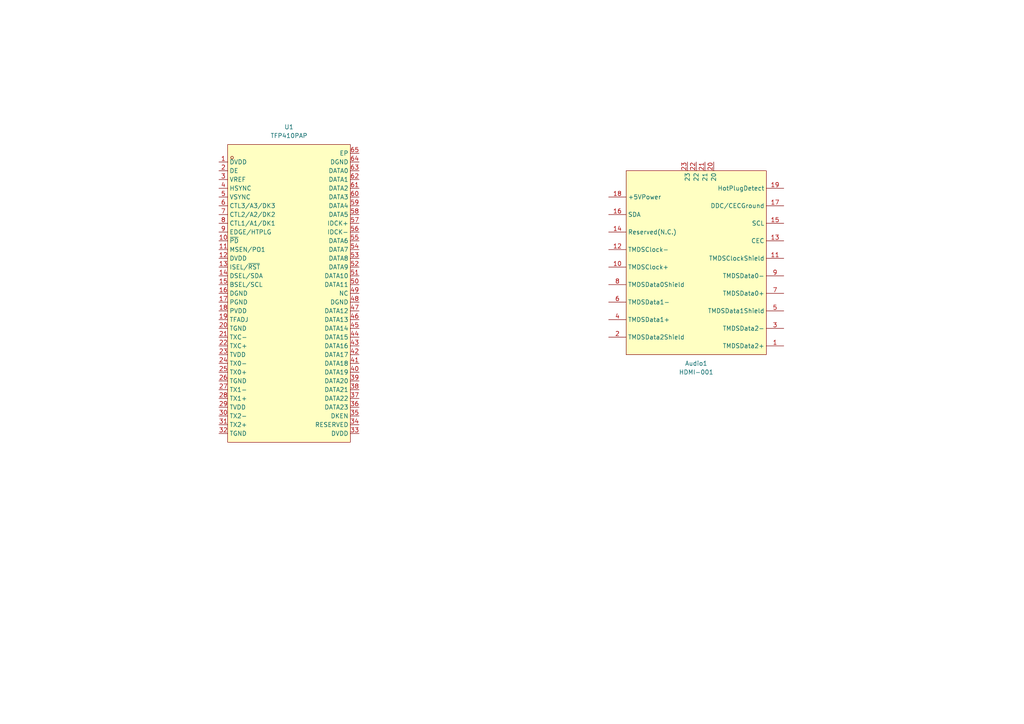
<source format=kicad_sch>
(kicad_sch
	(version 20250114)
	(generator "eeschema")
	(generator_version "9.0")
	(uuid "4ae62adc-20cd-4a0c-9668-711193c44069")
	(paper "A4")
	(lib_symbols
		(symbol "easyeda2kicad:HDMI-001"
			(exclude_from_sim no)
			(in_bom yes)
			(on_board yes)
			(property "Reference" "Audio"
				(at 0 30.48 0)
				(effects
					(font
						(size 1.27 1.27)
					)
				)
			)
			(property "Value" "HDMI-001"
				(at 0 -33.02 0)
				(effects
					(font
						(size 1.27 1.27)
					)
				)
			)
			(property "Footprint" "easyeda2kicad:HDMI-SMD_19P-P0.50-H-F"
				(at 0 -35.56 0)
				(effects
					(font
						(size 1.27 1.27)
					)
					(hide yes)
				)
			)
			(property "Datasheet" "https://lcsc.com/product-detail/Audio-Video-Connectors_Boom-Precision-Elec-HDMI-001_C138388.html"
				(at 0 -38.1 0)
				(effects
					(font
						(size 1.27 1.27)
					)
					(hide yes)
				)
			)
			(property "Description" ""
				(at 0 0 0)
				(effects
					(font
						(size 1.27 1.27)
					)
					(hide yes)
				)
			)
			(property "LCSC Part" "C138388"
				(at 0 -40.64 0)
				(effects
					(font
						(size 1.27 1.27)
					)
					(hide yes)
				)
			)
			(symbol "HDMI-001_0_1"
				(rectangle
					(start -20.32 27.94)
					(end 20.32 -25.4)
					(stroke
						(width 0)
						(type default)
					)
					(fill
						(type background)
					)
				)
				(pin unspecified line
					(at -25.4 25.4 0)
					(length 5.08)
					(name "TMDSData2+"
						(effects
							(font
								(size 1.27 1.27)
							)
						)
					)
					(number "1"
						(effects
							(font
								(size 1.27 1.27)
							)
						)
					)
				)
				(pin unspecified line
					(at -25.4 20.32 0)
					(length 5.08)
					(name "TMDSData2-"
						(effects
							(font
								(size 1.27 1.27)
							)
						)
					)
					(number "3"
						(effects
							(font
								(size 1.27 1.27)
							)
						)
					)
				)
				(pin unspecified line
					(at -25.4 15.24 0)
					(length 5.08)
					(name "TMDSData1Shield"
						(effects
							(font
								(size 1.27 1.27)
							)
						)
					)
					(number "5"
						(effects
							(font
								(size 1.27 1.27)
							)
						)
					)
				)
				(pin unspecified line
					(at -25.4 10.16 0)
					(length 5.08)
					(name "TMDSData0+"
						(effects
							(font
								(size 1.27 1.27)
							)
						)
					)
					(number "7"
						(effects
							(font
								(size 1.27 1.27)
							)
						)
					)
				)
				(pin unspecified line
					(at -25.4 5.08 0)
					(length 5.08)
					(name "TMDSData0-"
						(effects
							(font
								(size 1.27 1.27)
							)
						)
					)
					(number "9"
						(effects
							(font
								(size 1.27 1.27)
							)
						)
					)
				)
				(pin unspecified line
					(at -25.4 0 0)
					(length 5.08)
					(name "TMDSClockShield"
						(effects
							(font
								(size 1.27 1.27)
							)
						)
					)
					(number "11"
						(effects
							(font
								(size 1.27 1.27)
							)
						)
					)
				)
				(pin unspecified line
					(at -25.4 -5.08 0)
					(length 5.08)
					(name "CEC"
						(effects
							(font
								(size 1.27 1.27)
							)
						)
					)
					(number "13"
						(effects
							(font
								(size 1.27 1.27)
							)
						)
					)
				)
				(pin unspecified line
					(at -25.4 -10.16 0)
					(length 5.08)
					(name "SCL"
						(effects
							(font
								(size 1.27 1.27)
							)
						)
					)
					(number "15"
						(effects
							(font
								(size 1.27 1.27)
							)
						)
					)
				)
				(pin unspecified line
					(at -25.4 -15.24 0)
					(length 5.08)
					(name "DDC/CECGround"
						(effects
							(font
								(size 1.27 1.27)
							)
						)
					)
					(number "17"
						(effects
							(font
								(size 1.27 1.27)
							)
						)
					)
				)
				(pin unspecified line
					(at -25.4 -20.32 0)
					(length 5.08)
					(name "HotPlugDetect"
						(effects
							(font
								(size 1.27 1.27)
							)
						)
					)
					(number "19"
						(effects
							(font
								(size 1.27 1.27)
							)
						)
					)
				)
				(pin unspecified line
					(at -5.08 -27.94 90)
					(length 2.54)
					(name "20"
						(effects
							(font
								(size 1.27 1.27)
							)
						)
					)
					(number "20"
						(effects
							(font
								(size 1.27 1.27)
							)
						)
					)
				)
				(pin unspecified line
					(at -2.54 -27.94 90)
					(length 2.54)
					(name "21"
						(effects
							(font
								(size 1.27 1.27)
							)
						)
					)
					(number "21"
						(effects
							(font
								(size 1.27 1.27)
							)
						)
					)
				)
				(pin unspecified line
					(at 0 -27.94 90)
					(length 2.54)
					(name "22"
						(effects
							(font
								(size 1.27 1.27)
							)
						)
					)
					(number "22"
						(effects
							(font
								(size 1.27 1.27)
							)
						)
					)
				)
				(pin unspecified line
					(at 2.54 -27.94 90)
					(length 2.54)
					(name "23"
						(effects
							(font
								(size 1.27 1.27)
							)
						)
					)
					(number "23"
						(effects
							(font
								(size 1.27 1.27)
							)
						)
					)
				)
				(pin unspecified line
					(at 25.4 22.86 180)
					(length 5.08)
					(name "TMDSData2Shield"
						(effects
							(font
								(size 1.27 1.27)
							)
						)
					)
					(number "2"
						(effects
							(font
								(size 1.27 1.27)
							)
						)
					)
				)
				(pin unspecified line
					(at 25.4 17.78 180)
					(length 5.08)
					(name "TMDSData1+"
						(effects
							(font
								(size 1.27 1.27)
							)
						)
					)
					(number "4"
						(effects
							(font
								(size 1.27 1.27)
							)
						)
					)
				)
				(pin unspecified line
					(at 25.4 12.7 180)
					(length 5.08)
					(name "TMDSData1-"
						(effects
							(font
								(size 1.27 1.27)
							)
						)
					)
					(number "6"
						(effects
							(font
								(size 1.27 1.27)
							)
						)
					)
				)
				(pin unspecified line
					(at 25.4 7.62 180)
					(length 5.08)
					(name "TMDSData0Shield"
						(effects
							(font
								(size 1.27 1.27)
							)
						)
					)
					(number "8"
						(effects
							(font
								(size 1.27 1.27)
							)
						)
					)
				)
				(pin unspecified line
					(at 25.4 2.54 180)
					(length 5.08)
					(name "TMDSClock+"
						(effects
							(font
								(size 1.27 1.27)
							)
						)
					)
					(number "10"
						(effects
							(font
								(size 1.27 1.27)
							)
						)
					)
				)
				(pin unspecified line
					(at 25.4 -2.54 180)
					(length 5.08)
					(name "TMDSClock-"
						(effects
							(font
								(size 1.27 1.27)
							)
						)
					)
					(number "12"
						(effects
							(font
								(size 1.27 1.27)
							)
						)
					)
				)
				(pin unspecified line
					(at 25.4 -7.62 180)
					(length 5.08)
					(name "Reserved(N.C.)"
						(effects
							(font
								(size 1.27 1.27)
							)
						)
					)
					(number "14"
						(effects
							(font
								(size 1.27 1.27)
							)
						)
					)
				)
				(pin unspecified line
					(at 25.4 -12.7 180)
					(length 5.08)
					(name "SDA"
						(effects
							(font
								(size 1.27 1.27)
							)
						)
					)
					(number "16"
						(effects
							(font
								(size 1.27 1.27)
							)
						)
					)
				)
				(pin unspecified line
					(at 25.4 -17.78 180)
					(length 5.08)
					(name "+5VPower"
						(effects
							(font
								(size 1.27 1.27)
							)
						)
					)
					(number "18"
						(effects
							(font
								(size 1.27 1.27)
							)
						)
					)
				)
			)
			(embedded_fonts no)
		)
		(symbol "easyeda2kicad:TFP410PAP"
			(exclude_from_sim no)
			(in_bom yes)
			(on_board yes)
			(property "Reference" "U"
				(at 0 46.99 0)
				(effects
					(font
						(size 1.27 1.27)
					)
				)
			)
			(property "Value" "TFP410PAP"
				(at 0 -44.45 0)
				(effects
					(font
						(size 1.27 1.27)
					)
				)
			)
			(property "Footprint" "easyeda2kicad:HTQFP-64_L10.0-W10.0-P0.50-LS12.0-BL-EP5.0"
				(at 0 -46.99 0)
				(effects
					(font
						(size 1.27 1.27)
					)
					(hide yes)
				)
			)
			(property "Datasheet" ""
				(at 0 0 0)
				(effects
					(font
						(size 1.27 1.27)
					)
					(hide yes)
				)
			)
			(property "Description" ""
				(at 0 0 0)
				(effects
					(font
						(size 1.27 1.27)
					)
					(hide yes)
				)
			)
			(property "LCSC Part" "C1543847"
				(at 0 -49.53 0)
				(effects
					(font
						(size 1.27 1.27)
					)
					(hide yes)
				)
			)
			(symbol "TFP410PAP_0_1"
				(rectangle
					(start -17.78 44.45)
					(end 17.78 -41.91)
					(stroke
						(width 0)
						(type default)
					)
					(fill
						(type background)
					)
				)
				(circle
					(center -16.51 40.64)
					(radius 0.38)
					(stroke
						(width 0)
						(type default)
					)
					(fill
						(type none)
					)
				)
				(pin unspecified line
					(at -20.32 39.37 0)
					(length 2.54)
					(name "DVDD"
						(effects
							(font
								(size 1.27 1.27)
							)
						)
					)
					(number "1"
						(effects
							(font
								(size 1.27 1.27)
							)
						)
					)
				)
				(pin unspecified line
					(at -20.32 36.83 0)
					(length 2.54)
					(name "DE"
						(effects
							(font
								(size 1.27 1.27)
							)
						)
					)
					(number "2"
						(effects
							(font
								(size 1.27 1.27)
							)
						)
					)
				)
				(pin unspecified line
					(at -20.32 34.29 0)
					(length 2.54)
					(name "VREF"
						(effects
							(font
								(size 1.27 1.27)
							)
						)
					)
					(number "3"
						(effects
							(font
								(size 1.27 1.27)
							)
						)
					)
				)
				(pin unspecified line
					(at -20.32 31.75 0)
					(length 2.54)
					(name "HSYNC"
						(effects
							(font
								(size 1.27 1.27)
							)
						)
					)
					(number "4"
						(effects
							(font
								(size 1.27 1.27)
							)
						)
					)
				)
				(pin unspecified line
					(at -20.32 29.21 0)
					(length 2.54)
					(name "VSYNC"
						(effects
							(font
								(size 1.27 1.27)
							)
						)
					)
					(number "5"
						(effects
							(font
								(size 1.27 1.27)
							)
						)
					)
				)
				(pin unspecified line
					(at -20.32 26.67 0)
					(length 2.54)
					(name "CTL3/A3/DK3"
						(effects
							(font
								(size 1.27 1.27)
							)
						)
					)
					(number "6"
						(effects
							(font
								(size 1.27 1.27)
							)
						)
					)
				)
				(pin unspecified line
					(at -20.32 24.13 0)
					(length 2.54)
					(name "CTL2/A2/DK2"
						(effects
							(font
								(size 1.27 1.27)
							)
						)
					)
					(number "7"
						(effects
							(font
								(size 1.27 1.27)
							)
						)
					)
				)
				(pin unspecified line
					(at -20.32 21.59 0)
					(length 2.54)
					(name "CTL1/A1/DK1"
						(effects
							(font
								(size 1.27 1.27)
							)
						)
					)
					(number "8"
						(effects
							(font
								(size 1.27 1.27)
							)
						)
					)
				)
				(pin unspecified line
					(at -20.32 19.05 0)
					(length 2.54)
					(name "EDGE/HTPLG"
						(effects
							(font
								(size 1.27 1.27)
							)
						)
					)
					(number "9"
						(effects
							(font
								(size 1.27 1.27)
							)
						)
					)
				)
				(pin unspecified line
					(at -20.32 16.51 0)
					(length 2.54)
					(name "~{PD}"
						(effects
							(font
								(size 1.27 1.27)
							)
						)
					)
					(number "10"
						(effects
							(font
								(size 1.27 1.27)
							)
						)
					)
				)
				(pin unspecified line
					(at -20.32 13.97 0)
					(length 2.54)
					(name "MSEN/PO1"
						(effects
							(font
								(size 1.27 1.27)
							)
						)
					)
					(number "11"
						(effects
							(font
								(size 1.27 1.27)
							)
						)
					)
				)
				(pin unspecified line
					(at -20.32 11.43 0)
					(length 2.54)
					(name "DVDD"
						(effects
							(font
								(size 1.27 1.27)
							)
						)
					)
					(number "12"
						(effects
							(font
								(size 1.27 1.27)
							)
						)
					)
				)
				(pin unspecified line
					(at -20.32 8.89 0)
					(length 2.54)
					(name "ISEL/~{RST}"
						(effects
							(font
								(size 1.27 1.27)
							)
						)
					)
					(number "13"
						(effects
							(font
								(size 1.27 1.27)
							)
						)
					)
				)
				(pin unspecified line
					(at -20.32 6.35 0)
					(length 2.54)
					(name "DSEL/SDA"
						(effects
							(font
								(size 1.27 1.27)
							)
						)
					)
					(number "14"
						(effects
							(font
								(size 1.27 1.27)
							)
						)
					)
				)
				(pin unspecified line
					(at -20.32 3.81 0)
					(length 2.54)
					(name "BSEL/SCL"
						(effects
							(font
								(size 1.27 1.27)
							)
						)
					)
					(number "15"
						(effects
							(font
								(size 1.27 1.27)
							)
						)
					)
				)
				(pin unspecified line
					(at -20.32 1.27 0)
					(length 2.54)
					(name "DGND"
						(effects
							(font
								(size 1.27 1.27)
							)
						)
					)
					(number "16"
						(effects
							(font
								(size 1.27 1.27)
							)
						)
					)
				)
				(pin unspecified line
					(at -20.32 -1.27 0)
					(length 2.54)
					(name "PGND"
						(effects
							(font
								(size 1.27 1.27)
							)
						)
					)
					(number "17"
						(effects
							(font
								(size 1.27 1.27)
							)
						)
					)
				)
				(pin unspecified line
					(at -20.32 -3.81 0)
					(length 2.54)
					(name "PVDD"
						(effects
							(font
								(size 1.27 1.27)
							)
						)
					)
					(number "18"
						(effects
							(font
								(size 1.27 1.27)
							)
						)
					)
				)
				(pin unspecified line
					(at -20.32 -6.35 0)
					(length 2.54)
					(name "TFADJ"
						(effects
							(font
								(size 1.27 1.27)
							)
						)
					)
					(number "19"
						(effects
							(font
								(size 1.27 1.27)
							)
						)
					)
				)
				(pin unspecified line
					(at -20.32 -8.89 0)
					(length 2.54)
					(name "TGND"
						(effects
							(font
								(size 1.27 1.27)
							)
						)
					)
					(number "20"
						(effects
							(font
								(size 1.27 1.27)
							)
						)
					)
				)
				(pin unspecified line
					(at -20.32 -11.43 0)
					(length 2.54)
					(name "TXC-"
						(effects
							(font
								(size 1.27 1.27)
							)
						)
					)
					(number "21"
						(effects
							(font
								(size 1.27 1.27)
							)
						)
					)
				)
				(pin unspecified line
					(at -20.32 -13.97 0)
					(length 2.54)
					(name "TXC+"
						(effects
							(font
								(size 1.27 1.27)
							)
						)
					)
					(number "22"
						(effects
							(font
								(size 1.27 1.27)
							)
						)
					)
				)
				(pin unspecified line
					(at -20.32 -16.51 0)
					(length 2.54)
					(name "TVDD"
						(effects
							(font
								(size 1.27 1.27)
							)
						)
					)
					(number "23"
						(effects
							(font
								(size 1.27 1.27)
							)
						)
					)
				)
				(pin unspecified line
					(at -20.32 -19.05 0)
					(length 2.54)
					(name "TX0-"
						(effects
							(font
								(size 1.27 1.27)
							)
						)
					)
					(number "24"
						(effects
							(font
								(size 1.27 1.27)
							)
						)
					)
				)
				(pin unspecified line
					(at -20.32 -21.59 0)
					(length 2.54)
					(name "TX0+"
						(effects
							(font
								(size 1.27 1.27)
							)
						)
					)
					(number "25"
						(effects
							(font
								(size 1.27 1.27)
							)
						)
					)
				)
				(pin unspecified line
					(at -20.32 -24.13 0)
					(length 2.54)
					(name "TGND"
						(effects
							(font
								(size 1.27 1.27)
							)
						)
					)
					(number "26"
						(effects
							(font
								(size 1.27 1.27)
							)
						)
					)
				)
				(pin unspecified line
					(at -20.32 -26.67 0)
					(length 2.54)
					(name "TX1-"
						(effects
							(font
								(size 1.27 1.27)
							)
						)
					)
					(number "27"
						(effects
							(font
								(size 1.27 1.27)
							)
						)
					)
				)
				(pin unspecified line
					(at -20.32 -29.21 0)
					(length 2.54)
					(name "TX1+"
						(effects
							(font
								(size 1.27 1.27)
							)
						)
					)
					(number "28"
						(effects
							(font
								(size 1.27 1.27)
							)
						)
					)
				)
				(pin unspecified line
					(at -20.32 -31.75 0)
					(length 2.54)
					(name "TVDD"
						(effects
							(font
								(size 1.27 1.27)
							)
						)
					)
					(number "29"
						(effects
							(font
								(size 1.27 1.27)
							)
						)
					)
				)
				(pin unspecified line
					(at -20.32 -34.29 0)
					(length 2.54)
					(name "TX2-"
						(effects
							(font
								(size 1.27 1.27)
							)
						)
					)
					(number "30"
						(effects
							(font
								(size 1.27 1.27)
							)
						)
					)
				)
				(pin unspecified line
					(at -20.32 -36.83 0)
					(length 2.54)
					(name "TX2+"
						(effects
							(font
								(size 1.27 1.27)
							)
						)
					)
					(number "31"
						(effects
							(font
								(size 1.27 1.27)
							)
						)
					)
				)
				(pin unspecified line
					(at -20.32 -39.37 0)
					(length 2.54)
					(name "TGND"
						(effects
							(font
								(size 1.27 1.27)
							)
						)
					)
					(number "32"
						(effects
							(font
								(size 1.27 1.27)
							)
						)
					)
				)
				(pin unspecified line
					(at 20.32 41.91 180)
					(length 2.54)
					(name "EP"
						(effects
							(font
								(size 1.27 1.27)
							)
						)
					)
					(number "65"
						(effects
							(font
								(size 1.27 1.27)
							)
						)
					)
				)
				(pin unspecified line
					(at 20.32 39.37 180)
					(length 2.54)
					(name "DGND"
						(effects
							(font
								(size 1.27 1.27)
							)
						)
					)
					(number "64"
						(effects
							(font
								(size 1.27 1.27)
							)
						)
					)
				)
				(pin unspecified line
					(at 20.32 36.83 180)
					(length 2.54)
					(name "DATA0"
						(effects
							(font
								(size 1.27 1.27)
							)
						)
					)
					(number "63"
						(effects
							(font
								(size 1.27 1.27)
							)
						)
					)
				)
				(pin unspecified line
					(at 20.32 34.29 180)
					(length 2.54)
					(name "DATA1"
						(effects
							(font
								(size 1.27 1.27)
							)
						)
					)
					(number "62"
						(effects
							(font
								(size 1.27 1.27)
							)
						)
					)
				)
				(pin unspecified line
					(at 20.32 31.75 180)
					(length 2.54)
					(name "DATA2"
						(effects
							(font
								(size 1.27 1.27)
							)
						)
					)
					(number "61"
						(effects
							(font
								(size 1.27 1.27)
							)
						)
					)
				)
				(pin unspecified line
					(at 20.32 29.21 180)
					(length 2.54)
					(name "DATA3"
						(effects
							(font
								(size 1.27 1.27)
							)
						)
					)
					(number "60"
						(effects
							(font
								(size 1.27 1.27)
							)
						)
					)
				)
				(pin unspecified line
					(at 20.32 26.67 180)
					(length 2.54)
					(name "DATA4"
						(effects
							(font
								(size 1.27 1.27)
							)
						)
					)
					(number "59"
						(effects
							(font
								(size 1.27 1.27)
							)
						)
					)
				)
				(pin unspecified line
					(at 20.32 24.13 180)
					(length 2.54)
					(name "DATA5"
						(effects
							(font
								(size 1.27 1.27)
							)
						)
					)
					(number "58"
						(effects
							(font
								(size 1.27 1.27)
							)
						)
					)
				)
				(pin unspecified line
					(at 20.32 21.59 180)
					(length 2.54)
					(name "IDCK+"
						(effects
							(font
								(size 1.27 1.27)
							)
						)
					)
					(number "57"
						(effects
							(font
								(size 1.27 1.27)
							)
						)
					)
				)
				(pin unspecified line
					(at 20.32 19.05 180)
					(length 2.54)
					(name "IDCK-"
						(effects
							(font
								(size 1.27 1.27)
							)
						)
					)
					(number "56"
						(effects
							(font
								(size 1.27 1.27)
							)
						)
					)
				)
				(pin unspecified line
					(at 20.32 16.51 180)
					(length 2.54)
					(name "DATA6"
						(effects
							(font
								(size 1.27 1.27)
							)
						)
					)
					(number "55"
						(effects
							(font
								(size 1.27 1.27)
							)
						)
					)
				)
				(pin unspecified line
					(at 20.32 13.97 180)
					(length 2.54)
					(name "DATA7"
						(effects
							(font
								(size 1.27 1.27)
							)
						)
					)
					(number "54"
						(effects
							(font
								(size 1.27 1.27)
							)
						)
					)
				)
				(pin unspecified line
					(at 20.32 11.43 180)
					(length 2.54)
					(name "DATA8"
						(effects
							(font
								(size 1.27 1.27)
							)
						)
					)
					(number "53"
						(effects
							(font
								(size 1.27 1.27)
							)
						)
					)
				)
				(pin unspecified line
					(at 20.32 8.89 180)
					(length 2.54)
					(name "DATA9"
						(effects
							(font
								(size 1.27 1.27)
							)
						)
					)
					(number "52"
						(effects
							(font
								(size 1.27 1.27)
							)
						)
					)
				)
				(pin unspecified line
					(at 20.32 6.35 180)
					(length 2.54)
					(name "DATA10"
						(effects
							(font
								(size 1.27 1.27)
							)
						)
					)
					(number "51"
						(effects
							(font
								(size 1.27 1.27)
							)
						)
					)
				)
				(pin unspecified line
					(at 20.32 3.81 180)
					(length 2.54)
					(name "DATA11"
						(effects
							(font
								(size 1.27 1.27)
							)
						)
					)
					(number "50"
						(effects
							(font
								(size 1.27 1.27)
							)
						)
					)
				)
				(pin unspecified line
					(at 20.32 1.27 180)
					(length 2.54)
					(name "NC"
						(effects
							(font
								(size 1.27 1.27)
							)
						)
					)
					(number "49"
						(effects
							(font
								(size 1.27 1.27)
							)
						)
					)
				)
				(pin unspecified line
					(at 20.32 -1.27 180)
					(length 2.54)
					(name "DGND"
						(effects
							(font
								(size 1.27 1.27)
							)
						)
					)
					(number "48"
						(effects
							(font
								(size 1.27 1.27)
							)
						)
					)
				)
				(pin unspecified line
					(at 20.32 -3.81 180)
					(length 2.54)
					(name "DATA12"
						(effects
							(font
								(size 1.27 1.27)
							)
						)
					)
					(number "47"
						(effects
							(font
								(size 1.27 1.27)
							)
						)
					)
				)
				(pin unspecified line
					(at 20.32 -6.35 180)
					(length 2.54)
					(name "DATA13"
						(effects
							(font
								(size 1.27 1.27)
							)
						)
					)
					(number "46"
						(effects
							(font
								(size 1.27 1.27)
							)
						)
					)
				)
				(pin unspecified line
					(at 20.32 -8.89 180)
					(length 2.54)
					(name "DATA14"
						(effects
							(font
								(size 1.27 1.27)
							)
						)
					)
					(number "45"
						(effects
							(font
								(size 1.27 1.27)
							)
						)
					)
				)
				(pin unspecified line
					(at 20.32 -11.43 180)
					(length 2.54)
					(name "DATA15"
						(effects
							(font
								(size 1.27 1.27)
							)
						)
					)
					(number "44"
						(effects
							(font
								(size 1.27 1.27)
							)
						)
					)
				)
				(pin unspecified line
					(at 20.32 -13.97 180)
					(length 2.54)
					(name "DATA16"
						(effects
							(font
								(size 1.27 1.27)
							)
						)
					)
					(number "43"
						(effects
							(font
								(size 1.27 1.27)
							)
						)
					)
				)
				(pin unspecified line
					(at 20.32 -16.51 180)
					(length 2.54)
					(name "DATA17"
						(effects
							(font
								(size 1.27 1.27)
							)
						)
					)
					(number "42"
						(effects
							(font
								(size 1.27 1.27)
							)
						)
					)
				)
				(pin unspecified line
					(at 20.32 -19.05 180)
					(length 2.54)
					(name "DATA18"
						(effects
							(font
								(size 1.27 1.27)
							)
						)
					)
					(number "41"
						(effects
							(font
								(size 1.27 1.27)
							)
						)
					)
				)
				(pin unspecified line
					(at 20.32 -21.59 180)
					(length 2.54)
					(name "DATA19"
						(effects
							(font
								(size 1.27 1.27)
							)
						)
					)
					(number "40"
						(effects
							(font
								(size 1.27 1.27)
							)
						)
					)
				)
				(pin unspecified line
					(at 20.32 -24.13 180)
					(length 2.54)
					(name "DATA20"
						(effects
							(font
								(size 1.27 1.27)
							)
						)
					)
					(number "39"
						(effects
							(font
								(size 1.27 1.27)
							)
						)
					)
				)
				(pin unspecified line
					(at 20.32 -26.67 180)
					(length 2.54)
					(name "DATA21"
						(effects
							(font
								(size 1.27 1.27)
							)
						)
					)
					(number "38"
						(effects
							(font
								(size 1.27 1.27)
							)
						)
					)
				)
				(pin unspecified line
					(at 20.32 -29.21 180)
					(length 2.54)
					(name "DATA22"
						(effects
							(font
								(size 1.27 1.27)
							)
						)
					)
					(number "37"
						(effects
							(font
								(size 1.27 1.27)
							)
						)
					)
				)
				(pin unspecified line
					(at 20.32 -31.75 180)
					(length 2.54)
					(name "DATA23"
						(effects
							(font
								(size 1.27 1.27)
							)
						)
					)
					(number "36"
						(effects
							(font
								(size 1.27 1.27)
							)
						)
					)
				)
				(pin unspecified line
					(at 20.32 -34.29 180)
					(length 2.54)
					(name "DKEN"
						(effects
							(font
								(size 1.27 1.27)
							)
						)
					)
					(number "35"
						(effects
							(font
								(size 1.27 1.27)
							)
						)
					)
				)
				(pin unspecified line
					(at 20.32 -36.83 180)
					(length 2.54)
					(name "RESERVED"
						(effects
							(font
								(size 1.27 1.27)
							)
						)
					)
					(number "34"
						(effects
							(font
								(size 1.27 1.27)
							)
						)
					)
				)
				(pin unspecified line
					(at 20.32 -39.37 180)
					(length 2.54)
					(name "DVDD"
						(effects
							(font
								(size 1.27 1.27)
							)
						)
					)
					(number "33"
						(effects
							(font
								(size 1.27 1.27)
							)
						)
					)
				)
			)
			(embedded_fonts no)
		)
	)
	(symbol
		(lib_id "easyeda2kicad:TFP410PAP")
		(at 83.82 86.36 0)
		(unit 1)
		(exclude_from_sim no)
		(in_bom yes)
		(on_board yes)
		(dnp no)
		(fields_autoplaced yes)
		(uuid "bed0c0c5-5b73-4db1-9533-3f4db7d7d41a")
		(property "Reference" "U1"
			(at 83.82 36.83 0)
			(effects
				(font
					(size 1.27 1.27)
				)
			)
		)
		(property "Value" "TFP410PAP"
			(at 83.82 39.37 0)
			(effects
				(font
					(size 1.27 1.27)
				)
			)
		)
		(property "Footprint" "easyeda2kicad:HTQFP-64_L10.0-W10.0-P0.50-LS12.0-BL-EP5.0"
			(at 83.82 133.35 0)
			(effects
				(font
					(size 1.27 1.27)
				)
				(hide yes)
			)
		)
		(property "Datasheet" ""
			(at 83.82 86.36 0)
			(effects
				(font
					(size 1.27 1.27)
				)
				(hide yes)
			)
		)
		(property "Description" ""
			(at 83.82 86.36 0)
			(effects
				(font
					(size 1.27 1.27)
				)
				(hide yes)
			)
		)
		(property "LCSC Part" "C1543847"
			(at 83.82 135.89 0)
			(effects
				(font
					(size 1.27 1.27)
				)
				(hide yes)
			)
		)
		(pin "5"
			(uuid "6734951d-d3a4-41d3-8354-0f202ea70e7c")
		)
		(pin "2"
			(uuid "33e30ff7-2a41-4285-b678-8dcce243a954")
		)
		(pin "22"
			(uuid "77c3a7cf-7508-4e28-93bf-f086e589910a")
		)
		(pin "26"
			(uuid "501636ce-4a37-4cbb-a284-5834e1ea3ad4")
		)
		(pin "29"
			(uuid "19dbbb31-8f9b-4367-8af0-c577d8f30fe5")
		)
		(pin "24"
			(uuid "002c8516-d366-4961-8f9b-ee81cfc5fe14")
		)
		(pin "7"
			(uuid "993b9c7f-3e7f-481e-88b3-de6337191513")
		)
		(pin "9"
			(uuid "718fa60b-c3bf-4f1d-94fd-9df047373167")
		)
		(pin "10"
			(uuid "6f295780-206a-4bc6-b79b-b69cd1fcdc83")
		)
		(pin "13"
			(uuid "c6304249-a9eb-4089-9a4f-af92e031d9a1")
		)
		(pin "20"
			(uuid "966de896-31fc-4115-a915-d3b7596b44ca")
		)
		(pin "21"
			(uuid "a8c291ed-d35e-4885-ab11-edbd40bd3515")
		)
		(pin "3"
			(uuid "37e61365-29bf-4970-b636-9dc0f8b88b5f")
		)
		(pin "27"
			(uuid "14d82d41-437e-4c7d-8025-34925b9036bd")
		)
		(pin "4"
			(uuid "879eeeea-2184-433b-9638-0bedc2694544")
		)
		(pin "11"
			(uuid "a3d78a36-74c7-4d0c-b872-902ee9c76cf3")
		)
		(pin "16"
			(uuid "35f7905b-43ab-4c6d-b61f-2eb3137c1894")
		)
		(pin "1"
			(uuid "9130abf1-299c-4aab-8380-5dbdc85c1310")
		)
		(pin "6"
			(uuid "82b40812-fe09-4eeb-a3f9-1ee3ab63893d")
		)
		(pin "15"
			(uuid "2ff5b149-e2fb-4560-a1a6-6ef6b3f58053")
		)
		(pin "19"
			(uuid "37a1cacc-6852-4cc6-979d-aba3006faaa1")
		)
		(pin "14"
			(uuid "37a51e28-83aa-4b96-8010-a6dc61f01a4e")
		)
		(pin "8"
			(uuid "ff073a87-5d8b-4b4a-b523-a25f6c2caec8")
		)
		(pin "23"
			(uuid "f8954e13-2088-4517-ab0e-89fda261361f")
		)
		(pin "18"
			(uuid "f44c5859-6e55-42cb-b432-230c07c8a383")
		)
		(pin "12"
			(uuid "91c8add5-61b3-4721-9540-0f356511844b")
		)
		(pin "17"
			(uuid "e0d3116a-ecb3-463f-a40b-b03bf0ccfded")
		)
		(pin "25"
			(uuid "f9fe6bf8-9356-46ff-b873-e4f976c099b6")
		)
		(pin "28"
			(uuid "f5c50fe7-2340-43cf-80fc-c91ffa28fd3d")
		)
		(pin "47"
			(uuid "51e76e63-01d2-41e1-bccd-ab6d6d1d3f8d")
		)
		(pin "30"
			(uuid "9489a6b3-fa6d-4641-905f-9d8e89ecbb4d")
		)
		(pin "44"
			(uuid "61b60654-c754-45b2-b14d-8f99a27614d9")
		)
		(pin "59"
			(uuid "9e44aa2f-da55-4aa4-9406-ab5a6d9a49b3")
		)
		(pin "41"
			(uuid "1d0fffc8-d3a8-45f5-bbfd-61574338a4bb")
		)
		(pin "56"
			(uuid "6227a84a-4bb3-435b-8dd7-c7af7b946cf6")
		)
		(pin "38"
			(uuid "ae06d8d7-48a1-4bf1-89ef-faf789f9b4b1")
		)
		(pin "61"
			(uuid "c2a09a85-37f6-412d-8b7c-00b3c536ccaa")
		)
		(pin "60"
			(uuid "7a6b2a6c-88e5-41c0-8ba1-c84ce2183573")
		)
		(pin "31"
			(uuid "3779ca37-676d-4f8a-9a42-51f28f93f0fc")
		)
		(pin "64"
			(uuid "452c6b07-1bbb-4419-b03f-464cb78a2843")
		)
		(pin "57"
			(uuid "2c06c4b1-6f4f-46f6-ac73-958315d93758")
		)
		(pin "54"
			(uuid "158775de-5f92-4338-8b0b-8658dc42ed5c")
		)
		(pin "53"
			(uuid "6b005a25-863b-4a59-9bf0-2262e4b494c1")
		)
		(pin "58"
			(uuid "5ba17bae-5229-4daa-a394-200c605f4c98")
		)
		(pin "51"
			(uuid "b2fd4935-cb1e-42a4-a6bc-954b2e3a1de1")
		)
		(pin "48"
			(uuid "8df66729-57dd-4344-8240-7e08c6a29598")
		)
		(pin "55"
			(uuid "20f91373-0ad1-49fa-a4a4-4710af5ecc22")
		)
		(pin "50"
			(uuid "3e42bc73-8bc4-4038-b5cc-bf78f62d1356")
		)
		(pin "32"
			(uuid "80f56996-9ed8-411c-8061-6dbd154ad838")
		)
		(pin "52"
			(uuid "beba48ed-dc06-4e51-b489-f7229291ed64")
		)
		(pin "62"
			(uuid "d461626e-06ee-493b-bbee-b2759d525c06")
		)
		(pin "63"
			(uuid "c6914deb-cc0e-4beb-bcbf-1782ec318954")
		)
		(pin "65"
			(uuid "b6dd4ccf-21b4-429a-b401-0ff236421eef")
		)
		(pin "49"
			(uuid "9691f702-e5bc-48cf-b112-3300fb89a073")
		)
		(pin "46"
			(uuid "b65dd7bc-1368-42f8-adad-52ab9b0da36d")
		)
		(pin "45"
			(uuid "b1354b5e-71de-4331-9354-e03856ea174c")
		)
		(pin "43"
			(uuid "d9d8027e-1f73-4d28-bd4d-7d2b60da6618")
		)
		(pin "42"
			(uuid "55053dde-6176-4123-adbd-711f88e3ae7f")
		)
		(pin "40"
			(uuid "9fc7f571-7731-4579-978e-bf8838da1385")
		)
		(pin "39"
			(uuid "98e52565-a68b-4b06-a7f0-fd2e20838c73")
		)
		(pin "37"
			(uuid "72cac22a-5cca-492a-a3cb-dc1493ebfb30")
		)
		(pin "36"
			(uuid "61d3f41e-9576-4798-9c51-35a54f654f73")
		)
		(pin "35"
			(uuid "dc8005f4-e0ca-4676-9390-33a699a6f767")
		)
		(pin "34"
			(uuid "a8fb0ac9-e2f4-4d37-bffe-c75144bb8b3c")
		)
		(pin "33"
			(uuid "6d15fabd-a473-465e-b252-fec4907ec9a4")
		)
		(instances
			(project ""
				(path "/4ae62adc-20cd-4a0c-9668-711193c44069"
					(reference "U1")
					(unit 1)
				)
			)
		)
	)
	(symbol
		(lib_id "easyeda2kicad:HDMI-001")
		(at 201.93 74.93 180)
		(unit 1)
		(exclude_from_sim no)
		(in_bom yes)
		(on_board yes)
		(dnp no)
		(fields_autoplaced yes)
		(uuid "d8d83205-15ba-47a9-8d22-75a3607b2595")
		(property "Reference" "Audio1"
			(at 201.93 105.41 0)
			(effects
				(font
					(size 1.27 1.27)
				)
			)
		)
		(property "Value" "HDMI-001"
			(at 201.93 107.95 0)
			(effects
				(font
					(size 1.27 1.27)
				)
			)
		)
		(property "Footprint" "easyeda2kicad:HDMI-SMD_19P-P0.50-H-F"
			(at 201.93 39.37 0)
			(effects
				(font
					(size 1.27 1.27)
				)
				(hide yes)
			)
		)
		(property "Datasheet" "https://lcsc.com/product-detail/Audio-Video-Connectors_Boom-Precision-Elec-HDMI-001_C138388.html"
			(at 201.93 36.83 0)
			(effects
				(font
					(size 1.27 1.27)
				)
				(hide yes)
			)
		)
		(property "Description" ""
			(at 201.93 74.93 0)
			(effects
				(font
					(size 1.27 1.27)
				)
				(hide yes)
			)
		)
		(property "LCSC Part" "C138388"
			(at 201.93 34.29 0)
			(effects
				(font
					(size 1.27 1.27)
				)
				(hide yes)
			)
		)
		(pin "19"
			(uuid "7ac62b84-f820-4a2f-b8d8-9f5809b2253c")
		)
		(pin "23"
			(uuid "a8f5939c-caec-48e2-a88e-e341b4687764")
		)
		(pin "12"
			(uuid "3c84b2e7-6fb7-4e3c-afd8-59ebb63efbe4")
		)
		(pin "16"
			(uuid "0d19230a-fba6-4266-b99e-c27d73d03189")
		)
		(pin "11"
			(uuid "fa2fdad8-087b-4377-abf1-326aa5431f1b")
		)
		(pin "21"
			(uuid "aacf5859-5694-467e-9f24-00d653ee9935")
		)
		(pin "4"
			(uuid "132555a1-90d5-4362-a01d-206d663d810a")
		)
		(pin "2"
			(uuid "b94f7e10-298a-4c8e-8458-f355c62be8c1")
		)
		(pin "15"
			(uuid "d1a0c08b-c800-4f56-9e01-04da014af828")
		)
		(pin "18"
			(uuid "fa861599-7513-4176-8a91-f707b6cc0be3")
		)
		(pin "17"
			(uuid "d1103e3a-5d00-440d-b543-d11628f601dd")
		)
		(pin "5"
			(uuid "1bc780ff-4742-45a7-b612-8fe60c7decf0")
		)
		(pin "7"
			(uuid "2c31ec5b-ec39-45f0-aa4e-9230d0878504")
		)
		(pin "1"
			(uuid "0d18a7ed-feef-4254-84d8-00aba08e8be5")
		)
		(pin "8"
			(uuid "734bed5d-eaff-46b0-9a39-765a878674b1")
		)
		(pin "3"
			(uuid "e796c073-0c86-433e-9a65-e1fbbe40851d")
		)
		(pin "20"
			(uuid "c0de5b86-6d22-4fc7-98a8-9e350c15665e")
		)
		(pin "9"
			(uuid "9e32028d-6a3e-4bfb-a1aa-3240db270aa1")
		)
		(pin "22"
			(uuid "aa761c79-e31e-4ce3-a411-f85fa413eb7c")
		)
		(pin "13"
			(uuid "b118f670-94f8-43a6-9770-986eea42aac4")
		)
		(pin "10"
			(uuid "90e7ec32-1a31-491e-be64-82889581f41f")
		)
		(pin "6"
			(uuid "133d4b08-091a-4516-a81b-33ffba06388d")
		)
		(pin "14"
			(uuid "aed0e323-a35c-4d91-8201-43db536c1e2c")
		)
		(instances
			(project ""
				(path "/4ae62adc-20cd-4a0c-9668-711193c44069"
					(reference "Audio1")
					(unit 1)
				)
			)
		)
	)
	(sheet_instances
		(path "/"
			(page "1")
		)
	)
	(embedded_fonts no)
)

</source>
